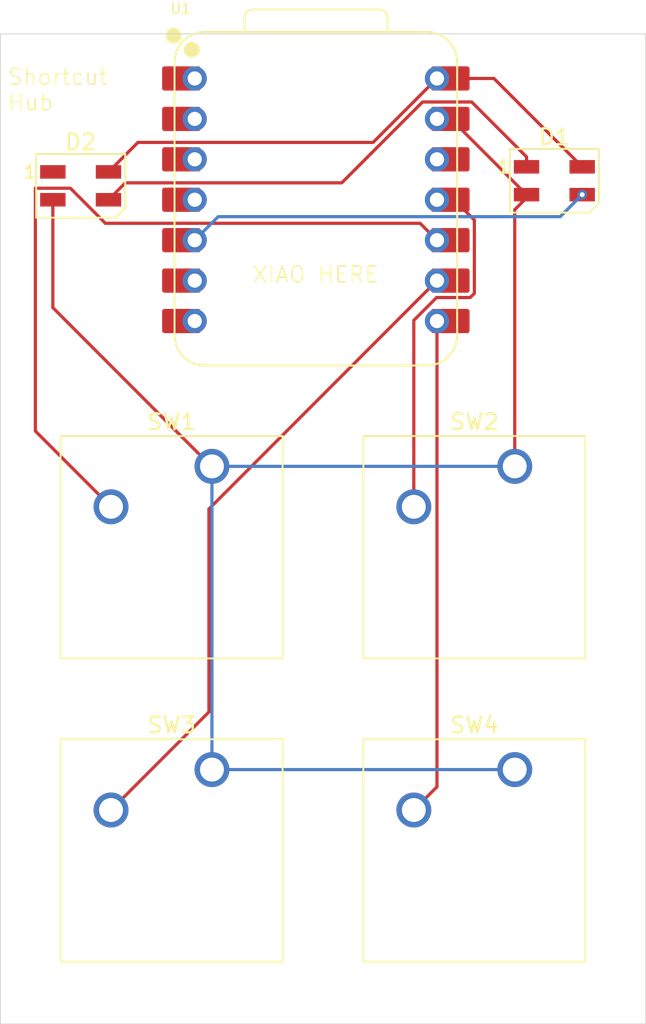
<source format=kicad_pcb>
(kicad_pcb (version 20241229) (generator "pcbnew") (generator_version "9.0")
  (layers (0 "F.Cu" signal) (2 "B.Cu" signal) (13 "F.Paste" user) (15 "B.Paste" user) (5 "F.SilkS" user "F.Silkscreen") (7 "B.SilkS" user "B.Silkscreen") (1 "F.Mask" user) (3 "B.Mask" user) (25 "Edge.Cuts" user))
  (net 0 "")
  (net 1 "Net-(D1-VSS)")
  (net 2 "Net-(D1-VDD)")
  (net 3 "+5V")
  (net 4 "GND")
  (net 6 "Net-(U1-GPIO4{slash}MISO)")
  (net 7 "Net-(U1-GPIO3{slash}MOSI)")
  (net 8 "Net-(U1-GPIO2{slash}SCK)")
  (net 9 "Net-(U1-GPIO1{slash}RX)")
  (footprint "Button_Switch_Keyboard:SW_Cherry_MX_1.00u_PCB" (layer "F.Cu") (at 152.55875 147.32)
    (property "Reference" "SW4" (at -2.54 -2.794 0) (layer "F.SilkS"))
    (property "Value" "SW_Push")
    (fp_line (start -9.525 -1.905) (end 4.445 -1.905) (stroke (width 0.12)) (layer "F.SilkS"))
    (fp_line (start -9.525 12.065) (end -9.525 -1.905) (stroke (width 0.12)) (layer "F.SilkS"))
    (fp_line (start 4.445 -1.905) (end 4.445 12.065) (stroke (width 0.12)) (layer "F.SilkS"))
    (fp_line (start 4.445 12.065) (end -9.525 12.065) (stroke (width 0.12)) (layer "F.SilkS"))
    (pad "" np_thru_hole circle (at -7.62 5.08) (size 1.7 1.7) (drill 1.7) (layers "*.Cu" "*.Mask"))
    (pad "" np_thru_hole circle (at -2.54 5.08) (size 4 4) (drill 4) (layers "*.Cu" "*.Mask"))
    (pad "" np_thru_hole circle (at 2.54 5.08) (size 1.7 1.7) (drill 1.7) (layers "*.Cu" "*.Mask"))
    (pad "1" thru_hole circle (at 0 0) (size 2.2 2.2) (drill 1.5) (layers "*.Cu" "*.Mask") (net 4 "GND"))
    (pad "2" thru_hole circle (at -6.35 2.54) (size 2.2 2.2) (drill 1.5) (layers "*.Cu" "*.Mask") (net 9 "Net-(U1-GPIO1{slash}RX)"))
  )
  (footprint "LED_SMD:LED_SK6812MINI_PLCC4_3.5x3.5mm_P1.75mm" (layer "F.Cu") (at 155.05 110.325)
    (property "Reference" "D1" (at 0 -2.75 0) (layer "F.SilkS"))
    (property "Value" "SK6812")
    (fp_line (start -2.8 -2) (end -2.8 2) (stroke (width 0.12)) (layer "F.SilkS"))
    (fp_line (start -2.8 -2) (end 2.8 -2) (stroke (width 0.12)) (layer "F.SilkS"))
    (fp_line (start -2.8 2) (end 2.2 2) (stroke (width 0.12)) (layer "F.SilkS"))
    (fp_line (start 2.8 1.4) (end 2.2 2) (stroke (width 0.12)) (layer "F.SilkS"))
    (fp_line (start 2.8 1.4) (end 2.8 -2) (stroke (width 0.12)) (layer "F.SilkS"))
    (fp_text user "1" (at -3.2 -0.875 0) (layer "F.SilkS") (effects (font (size 0.8 0.8))))
    (pad "1" smd rect (at -1.75 -0.875) (size 1.6 0.85) (layers "F.Cu" "F.Mask" "F.Paste") (net 1 "Net-(D1-VSS)"))
    (pad "2" smd rect (at -1.75 0.875) (size 1.6 0.85) (layers "F.Cu" "F.Mask" "F.Paste") (net 4 "GND"))
    (pad "3" smd rect (at 1.75 0.875) (size 1.6 0.85) (layers "F.Cu" "F.Mask" "F.Paste") (net 2 "Net-(D1-VDD)"))
    (pad "4" smd rect (at 1.75 -0.875) (size 1.6 0.85) (layers "F.Cu" "F.Mask" "F.Paste") (net 3 "+5V"))
  )
  (footprint "OPL:XIAO-RP2040-DIP" (layer "F.Cu") (at 140.045 111.52)
    (property "Reference" "U1" (at -8.5 -12 0) (layer "F.SilkS") (effects (font (size 0.635 0.635) (thickness 0.1016))))
    (property "Value" "XIAO-RP2040-DIP")
    (fp_line (start -8.89 8.509) (end -8.89 -8.636) (stroke (width 0.127)) (layer "F.SilkS"))
    (fp_line (start -6.985 10.414) (end 6.985 10.414) (stroke (width 0.127)) (layer "F.SilkS"))
    (fp_line (start -4.495 -10.541) (end -4.491272 -11.451272) (stroke (width 0.127)) (layer "F.SilkS"))
    (fp_line (start -3.991272 -11.951) (end 4.004 -11.951) (stroke (width 0.127)) (layer "F.SilkS"))
    (fp_line (start 4.504 -11.451) (end 4.504 -10.541) (stroke (width 0.127)) (layer "F.SilkS"))
    (fp_line (start 6.985 -10.541) (end -6.985 -10.541) (stroke (width 0.1)) (layer "F.SilkS"))
    (fp_line (start 6.985 -10.541) (end -6.985 -10.541) (stroke (width 0.127)) (layer "F.SilkS"))
    (fp_line (start 8.89 8.509) (end 8.89 -8.636) (stroke (width 0.127)) (layer "F.SilkS"))
    (fp_arc (start -8.89 -8.636) (mid -8.332038 -9.983038) (end -6.985 -10.541) (stroke (width 0.127)) (layer "F.SilkS"))
    (fp_arc (start -6.985 10.414) (mid -8.332038 9.856038) (end -8.89 8.509) (stroke (width 0.127)) (layer "F.SilkS"))
    (fp_arc (start -4.491272 -11.451272) (mid -4.344728 -11.80464) (end -3.991272 -11.951) (stroke (width 0.127)) (layer "F.SilkS"))
    (fp_arc (start 4.004 -11.951) (mid 4.357553 -11.804553) (end 4.504 -11.451) (stroke (width 0.127)) (layer "F.SilkS"))
    (fp_arc (start 6.985 -10.541) (mid 8.332038 -9.983038) (end 8.89 -8.636) (stroke (width 0.127)) (layer "F.SilkS"))
    (fp_arc (start 8.89 8.509) (mid 8.332038 9.856038) (end 6.985 10.414) (stroke (width 0.127)) (layer "F.SilkS"))
    (fp_circle (center -8.95 -10.3) (end -8.95 -10.554) (stroke (width 0.5)) (fill yes) (layer "F.SilkS"))
    (fp_circle (center -7.807 -9.42) (end -7.807 -9.674) (stroke (width 0.5)) (fill yes) (layer "F.SilkS"))
    (pad "1" smd roundrect (at -8.455 -7.62 180) (size 2.432 1.524) (layers "F.Cu" "F.Mask") (roundrect_rratio 0.1))
    (pad "1" thru_hole circle (at -7.62 -7.62 180) (size 1.524 1.524) (drill 0.889) (layers "*.Cu" "*.Mask"))
    (pad "2" smd roundrect (at -8.455 -5.08 180) (size 2.432 1.524) (layers "F.Cu" "F.Mask") (roundrect_rratio 0.1))
    (pad "2" thru_hole circle (at -7.62 -5.08 180) (size 1.524 1.524) (drill 0.889) (layers "*.Cu" "*.Mask"))
    (pad "3" smd roundrect (at -8.455 -2.54 180) (size 2.432 1.524) (layers "F.Cu" "F.Mask") (roundrect_rratio 0.1))
    (pad "3" thru_hole circle (at -7.62 -2.54 180) (size 1.524 1.524) (drill 0.889) (layers "*.Cu" "*.Mask"))
    (pad "4" smd roundrect (at -8.455 0 180) (size 2.432 1.524) (layers "F.Cu" "F.Mask") (roundrect_rratio 0.1))
    (pad "4" thru_hole circle (at -7.62 0 180) (size 1.524 1.524) (drill 0.889) (layers "*.Cu" "*.Mask"))
    (pad "5" smd roundrect (at -8.455 2.54 180) (size 2.432 1.524) (layers "F.Cu" "F.Mask") (roundrect_rratio 0.1) (net 2 "Net-(D1-VDD)"))
    (pad "5" thru_hole circle (at -7.62 2.54 180) (size 1.524 1.524) (drill 0.889) (layers "*.Cu" "*.Mask") (net 2 "Net-(D1-VDD)"))
    (pad "6" smd roundrect (at -8.455 5.08 180) (size 2.432 1.524) (layers "F.Cu" "F.Mask") (roundrect_rratio 0.1))
    (pad "6" thru_hole circle (at -7.62 5.08 180) (size 1.524 1.524) (drill 0.889) (layers "*.Cu" "*.Mask"))
    (pad "7" smd roundrect (at -8.455 7.62 180) (size 2.432 1.524) (layers "F.Cu" "F.Mask") (roundrect_rratio 0.1))
    (pad "7" thru_hole circle (at -7.62 7.62 180) (size 1.524 1.524) (drill 0.889) (layers "*.Cu" "*.Mask"))
    (pad "8" thru_hole circle (at 7.62 7.62) (size 1.524 1.524) (drill 0.889) (layers "*.Cu" "*.Mask") (net 9 "Net-(U1-GPIO1{slash}RX)"))
    (pad "8" smd roundrect (at 8.455 7.62) (size 2.432 1.524) (layers "F.Cu" "F.Mask") (roundrect_rratio 0.1) (net 9 "Net-(U1-GPIO1{slash}RX)"))
    (pad "9" thru_hole circle (at 7.62 5.08) (size 1.524 1.524) (drill 0.889) (layers "*.Cu" "*.Mask") (net 8 "Net-(U1-GPIO2{slash}SCK)"))
    (pad "9" smd roundrect (at 8.455 5.08) (size 2.432 1.524) (layers "F.Cu" "F.Mask") (roundrect_rratio 0.1) (net 8 "Net-(U1-GPIO2{slash}SCK)"))
    (pad "10" thru_hole circle (at 7.62 2.54) (size 1.524 1.524) (drill 0.889) (layers "*.Cu" "*.Mask") (net 6 "Net-(U1-GPIO4{slash}MISO)"))
    (pad "10" smd roundrect (at 8.455 2.54) (size 2.432 1.524) (layers "F.Cu" "F.Mask") (roundrect_rratio 0.1) (net 6 "Net-(U1-GPIO4{slash}MISO)"))
    (pad "11" thru_hole circle (at 7.62 0) (size 1.524 1.524) (drill 0.889) (layers "*.Cu" "*.Mask") (net 7 "Net-(U1-GPIO3{slash}MOSI)"))
    (pad "11" smd roundrect (at 8.455 0) (size 2.432 1.524) (layers "F.Cu" "F.Mask") (roundrect_rratio 0.1) (net 7 "Net-(U1-GPIO3{slash}MOSI)"))
    (pad "12" thru_hole circle (at 7.62 -2.54) (size 1.524 1.524) (drill 0.889) (layers "*.Cu" "*.Mask"))
    (pad "12" smd roundrect (at 8.455 -2.54) (size 2.432 1.524) (layers "F.Cu" "F.Mask") (roundrect_rratio 0.1))
    (pad "13" thru_hole circle (at 7.62 -5.08) (size 1.524 1.524) (drill 0.889) (layers "*.Cu" "*.Mask") (net 4 "GND"))
    (pad "13" smd roundrect (at 8.455 -5.08) (size 2.432 1.524) (layers "F.Cu" "F.Mask") (roundrect_rratio 0.1) (net 4 "GND"))
    (pad "14" thru_hole circle (at 7.62 -7.62) (size 1.524 1.524) (drill 0.889) (layers "*.Cu" "*.Mask") (net 3 "+5V"))
    (pad "14" smd roundrect (at 8.455 -7.62) (size 2.432 1.524) (layers "F.Cu" "F.Mask") (roundrect_rratio 0.1) (net 3 "+5V"))
  )
  (footprint "Button_Switch_Keyboard:SW_Cherry_MX_1.00u_PCB" (layer "F.Cu") (at 133.50875 128.27)
    (property "Reference" "SW1" (at -2.54 -2.794 0) (layer "F.SilkS"))
    (property "Value" "SW_Push")
    (fp_line (start -9.525 -1.905) (end 4.445 -1.905) (stroke (width 0.12)) (layer "F.SilkS"))
    (fp_line (start -9.525 12.065) (end -9.525 -1.905) (stroke (width 0.12)) (layer "F.SilkS"))
    (fp_line (start 4.445 -1.905) (end 4.445 12.065) (stroke (width 0.12)) (layer "F.SilkS"))
    (fp_line (start 4.445 12.065) (end -9.525 12.065) (stroke (width 0.12)) (layer "F.SilkS"))
    (pad "" np_thru_hole circle (at -7.62 5.08) (size 1.7 1.7) (drill 1.7) (layers "*.Cu" "*.Mask"))
    (pad "" np_thru_hole circle (at -2.54 5.08) (size 4 4) (drill 4) (layers "*.Cu" "*.Mask"))
    (pad "" np_thru_hole circle (at 2.54 5.08) (size 1.7 1.7) (drill 1.7) (layers "*.Cu" "*.Mask"))
    (pad "1" thru_hole circle (at 0 0) (size 2.2 2.2) (drill 1.5) (layers "*.Cu" "*.Mask") (net 4 "GND"))
    (pad "2" thru_hole circle (at -6.35 2.54) (size 2.2 2.2) (drill 1.5) (layers "*.Cu" "*.Mask") (net 6 "Net-(U1-GPIO4{slash}MISO)"))
  )
  (footprint "LED_SMD:LED_SK6812MINI_PLCC4_3.5x3.5mm_P1.75mm" (layer "F.Cu") (at 125.25 110.645)
    (property "Reference" "D2" (at 0 -2.75 0) (layer "F.SilkS"))
    (property "Value" "SK6812")
    (fp_line (start -2.8 -2) (end -2.8 2) (stroke (width 0.12)) (layer "F.SilkS"))
    (fp_line (start -2.8 -2) (end 2.8 -2) (stroke (width 0.12)) (layer "F.SilkS"))
    (fp_line (start -2.8 2) (end 2.2 2) (stroke (width 0.12)) (layer "F.SilkS"))
    (fp_line (start 2.8 1.4) (end 2.2 2) (stroke (width 0.12)) (layer "F.SilkS"))
    (fp_line (start 2.8 1.4) (end 2.8 -2) (stroke (width 0.12)) (layer "F.SilkS"))
    (fp_text user "1" (at -3.2 -0.875 0) (layer "F.SilkS") (effects (font (size 0.8 0.8))))
    (pad "1" smd rect (at -1.75 -0.875) (size 1.6 0.85) (layers "F.Cu" "F.Mask" "F.Paste"))
    (pad "2" smd rect (at -1.75 0.875) (size 1.6 0.85) (layers "F.Cu" "F.Mask" "F.Paste") (net 4 "GND"))
    (pad "3" smd rect (at 1.75 0.875) (size 1.6 0.85) (layers "F.Cu" "F.Mask" "F.Paste") (net 1 "Net-(D1-VSS)"))
    (pad "4" smd rect (at 1.75 -0.875) (size 1.6 0.85) (layers "F.Cu" "F.Mask" "F.Paste") (net 3 "+5V"))
  )
  (footprint "Button_Switch_Keyboard:SW_Cherry_MX_1.00u_PCB" (layer "F.Cu") (at 152.55875 128.27)
    (property "Reference" "SW2" (at -2.54 -2.794 0) (layer "F.SilkS"))
    (property "Value" "SW_Push")
    (fp_line (start -9.525 -1.905) (end 4.445 -1.905) (stroke (width 0.12)) (layer "F.SilkS"))
    (fp_line (start -9.525 12.065) (end -9.525 -1.905) (stroke (width 0.12)) (layer "F.SilkS"))
    (fp_line (start 4.445 -1.905) (end 4.445 12.065) (stroke (width 0.12)) (layer "F.SilkS"))
    (fp_line (start 4.445 12.065) (end -9.525 12.065) (stroke (width 0.12)) (layer "F.SilkS"))
    (pad "" np_thru_hole circle (at -7.62 5.08) (size 1.7 1.7) (drill 1.7) (layers "*.Cu" "*.Mask"))
    (pad "" np_thru_hole circle (at -2.54 5.08) (size 4 4) (drill 4) (layers "*.Cu" "*.Mask"))
    (pad "" np_thru_hole circle (at 2.54 5.08) (size 1.7 1.7) (drill 1.7) (layers "*.Cu" "*.Mask"))
    (pad "1" thru_hole circle (at 0 0) (size 2.2 2.2) (drill 1.5) (layers "*.Cu" "*.Mask") (net 4 "GND"))
    (pad "2" thru_hole circle (at -6.35 2.54) (size 2.2 2.2) (drill 1.5) (layers "*.Cu" "*.Mask") (net 7 "Net-(U1-GPIO3{slash}MOSI)"))
  )
  (footprint "Button_Switch_Keyboard:SW_Cherry_MX_1.00u_PCB" (layer "F.Cu") (at 133.50875 147.32)
    (property "Reference" "SW3" (at -2.54 -2.794 0) (layer "F.SilkS"))
    (property "Value" "SW_Push")
    (fp_line (start -9.525 -1.905) (end 4.445 -1.905) (stroke (width 0.12)) (layer "F.SilkS"))
    (fp_line (start -9.525 12.065) (end -9.525 -1.905) (stroke (width 0.12)) (layer "F.SilkS"))
    (fp_line (start 4.445 -1.905) (end 4.445 12.065) (stroke (width 0.12)) (layer "F.SilkS"))
    (fp_line (start 4.445 12.065) (end -9.525 12.065) (stroke (width 0.12)) (layer "F.SilkS"))
    (pad "" np_thru_hole circle (at -7.62 5.08) (size 1.7 1.7) (drill 1.7) (layers "*.Cu" "*.Mask"))
    (pad "" np_thru_hole circle (at -2.54 5.08) (size 4 4) (drill 4) (layers "*.Cu" "*.Mask"))
    (pad "" np_thru_hole circle (at 2.54 5.08) (size 1.7 1.7) (drill 1.7) (layers "*.Cu" "*.Mask"))
    (pad "1" thru_hole circle (at 0 0) (size 2.2 2.2) (drill 1.5) (layers "*.Cu" "*.Mask") (net 4 "GND"))
    (pad "2" thru_hole circle (at -6.35 2.54) (size 2.2 2.2) (drill 1.5) (layers "*.Cu" "*.Mask") (net 8 "Net-(U1-GPIO2{slash}SCK)"))
  )
  (gr_rect (start 120.2 101.1) (end 160.8 163.3) (stroke (width 0.05)) (fill no) (layer "Edge.Cuts"))
  (gr_text "XIAO HERE" (at 136 116.8 0) (layer "F.SilkS") (effects (font (size 1 1) (thickness 0.1)) (justify left bottom)))
  (gr_text "Shortcut \nHub" (at 120.6 106 0) (layer "F.SilkS") (effects (font (size 1 1) (thickness 0.1)) (justify left bottom)))
  (segment (start 149.852 105.377) (end 146.7551 105.377) (width 0.2) (layer "F.Cu") (net 1))
  (segment (start 153.3 108.825) (end 149.852 105.377) (width 0.2) (layer "F.Cu") (net 1))
  (segment (start 141.6751 110.457) (end 128.063 110.457) (width 0.2) (layer "F.Cu") (net 1))
  (segment (start 128.063 110.457) (end 127 111.52) (width 0.2) (layer "F.Cu") (net 1))
  (segment (start 146.7551 105.377) (end 141.6751 110.457) (width 0.2) (layer "F.Cu") (net 1))
  (segment (start 153.3 109.45) (end 153.3 108.825) (width 0.2) (layer "F.Cu") (net 1))
  (via (at 156.8 111.2) (size 0.6) (drill 0.3) (layers "F.Cu" "B.Cu") (net 2))
  (segment (start 132.425 114.06) (end 133.902 112.583) (width 0.2) (layer "B.Cu") (net 2))
  (segment (start 133.902 112.583) (end 155.417 112.583) (width 0.2) (layer "B.Cu") (net 2))
  (segment (start 155.417 112.583) (end 156.8 111.2) (width 0.2) (layer "B.Cu") (net 2))
  (segment (start 127 109.77) (end 128.853 107.917) (width 0.2) (layer "F.Cu") (net 3))
  (segment (start 128.853 107.917) (end 143.648 107.917) (width 0.2) (layer "F.Cu") (net 3))
  (segment (start 151.25 103.9) (end 147.665 103.9) (width 0.2) (layer "F.Cu") (net 3))
  (segment (start 156.8 109.45) (end 151.25 103.9) (width 0.2) (layer "F.Cu") (net 3))
  (segment (start 143.648 107.917) (end 147.665 103.9) (width 0.2) (layer "F.Cu") (net 3))
  (segment (start 153.3 111.4) (end 152.55875 112.14125) (width 0.2) (layer "F.Cu") (net 4))
  (segment (start 148.54 106.44) (end 147.665 106.44) (width 0.2) (layer "F.Cu") (net 4))
  (segment (start 153.3 111.2) (end 153.3 111.4) (width 0.2) (layer "F.Cu") (net 4))
  (segment (start 133.5 128.3) (end 123.5 118.3) (width 0.2) (layer "F.Cu") (net 4))
  (segment (start 152.55875 112.14125) (end 152.55875 128.27) (width 0.2) (layer "F.Cu") (net 4))
  (segment (start 123.5 118.3) (end 123.5 111.52) (width 0.2) (layer "F.Cu") (net 4))
  (segment (start 133.50875 128.27) (end 133.50875 128.29125) (width 0.2) (layer "F.Cu") (net 4))
  (segment (start 153.3 111.2) (end 148.54 106.44) (width 0.2) (layer "F.Cu") (net 4))
  (segment (start 133.50875 128.29125) (end 133.5 128.3) (width 0.2) (layer "F.Cu") (net 4))
  (segment (start 133.50875 128.27) (end 133.50875 128.20875) (width 0.2) (layer "B.Cu") (net 4))
  (segment (start 133.50875 128.27) (end 133.50875 147.32) (width 0.2) (layer "B.Cu") (net 4))
  (segment (start 133.50875 128.20875) (end 133.57 128.27) (width 0.2) (layer "B.Cu") (net 4))
  (segment (start 133.57 128.27) (end 152.55875 128.27) (width 0.2) (layer "B.Cu") (net 4))
  (segment (start 133.50875 147.32) (end 152.55875 147.32) (width 0.2) (layer "B.Cu") (net 4))
  (segment (start 126.804 112.997) (end 146.602 112.997) (width 0.2) (layer "F.Cu") (net 6))
  (segment (start 124.601 110.794) (end 126.804 112.997) (width 0.2) (layer "F.Cu") (net 6))
  (segment (start 122.399 126.05025) (end 122.399 110.794) (width 0.2) (layer "F.Cu") (net 6))
  (segment (start 146.602 112.997) (end 147.665 114.06) (width 0.2) (layer "F.Cu") (net 6))
  (segment (start 127.15875 130.81) (end 122.399 126.05025) (width 0.2) (layer "F.Cu") (net 6))
  (segment (start 122.399 110.794) (end 124.601 110.794) (width 0.2) (layer "F.Cu") (net 6))
  (segment (start 148.74263 111.52) (end 147.665 111.52) (width 0.2) (layer "F.Cu") (net 7))
  (segment (start 146.20875 119.09294) (end 147.63869 117.663) (width 0.2) (layer "F.Cu") (net 7))
  (segment (start 149.755626 117.663) (end 150.017 117.401626) (width 0.2) (layer "F.Cu") (net 7))
  (segment (start 146.20875 130.81) (end 146.20875 119.09294) (width 0.2) (layer "F.Cu") (net 7))
  (segment (start 150.017 112.79437) (end 148.74263 111.52) (width 0.2) (layer "F.Cu") (net 7))
  (segment (start 147.63869 117.663) (end 149.755626 117.663) (width 0.2) (layer "F.Cu") (net 7))
  (segment (start 150.017 117.401626) (end 150.017 112.79437) (width 0.2) (layer "F.Cu") (net 7))
  (segment (start 127.15875 149.86) (end 133.31975 143.699) (width 0.2) (layer "F.Cu") (net 8))
  (segment (start 133.31975 143.699) (end 133.31975 130.94525) (width 0.2) (layer "F.Cu") (net 8))
  (segment (start 133.31975 130.94525) (end 147.665 116.6) (width 0.2) (layer "F.Cu") (net 8))
  (segment (start 146.20875 149.86) (end 147.665 148.40375) (width 0.2) (layer "F.Cu") (net 9))
  (segment (start 147.665 148.40375) (end 147.665 119.14) (width 0.2) (layer "F.Cu") (net 9))
)
</source>
